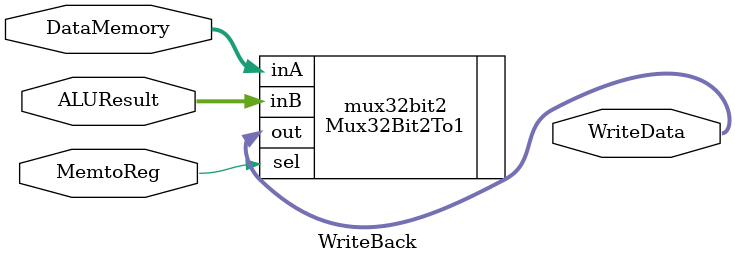
<source format=v>
`timescale 1ns / 1ps



module WriteBack(
// input
MemtoReg, DataMemory, ALUResult,
// output
WriteData
);
    // Control signal
    input MemtoReg;
    
    input [31:0] DataMemory;
    input [31:0] ALUResult; 
    
    output [31:0] WriteData;

    Mux32Bit2To1 mux32bit2(.out(WriteData), .inA(DataMemory), .inB(ALUResult), .sel(MemtoReg));

endmodule


</source>
